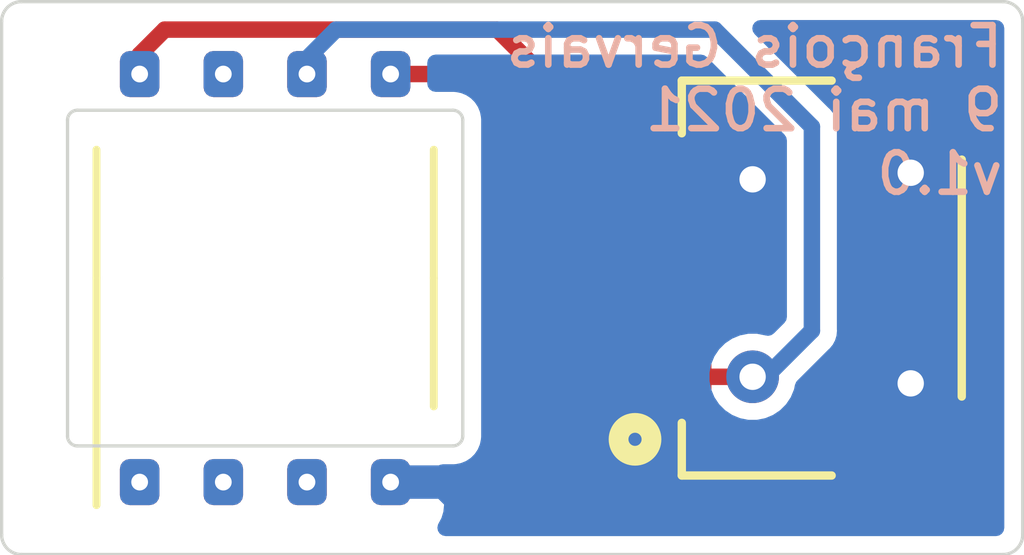
<source format=kicad_pcb>
(kicad_pcb (version 20171130) (host pcbnew 5.1.7-a382d34a8~88~ubuntu18.04.1)

  (general
    (thickness 0.1016)
    (drawings 18)
    (tracks 29)
    (zones 0)
    (modules 2)
    (nets 9)
  )

  (page A4)
  (layers
    (0 F.Cu signal)
    (31 B.Cu signal)
    (32 B.Adhes user hide)
    (33 F.Adhes user hide)
    (34 B.Paste user hide)
    (35 F.Paste user hide)
    (36 B.SilkS user)
    (37 F.SilkS user)
    (38 B.Mask user hide)
    (39 F.Mask user hide)
    (40 Dwgs.User user hide)
    (41 Cmts.User user hide)
    (42 Eco1.User user hide)
    (43 Eco2.User user hide)
    (44 Edge.Cuts user)
    (45 Margin user hide)
    (46 B.CrtYd user hide)
    (47 F.CrtYd user hide)
    (48 B.Fab user hide)
    (49 F.Fab user hide)
  )

  (setup
    (last_trace_width 0.25)
    (trace_clearance 0.2)
    (zone_clearance 0.254)
    (zone_45_only no)
    (trace_min 0.2)
    (via_size 0.8)
    (via_drill 0.4)
    (via_min_size 0.4)
    (via_min_drill 0.3)
    (uvia_size 0.3)
    (uvia_drill 0.1)
    (uvias_allowed no)
    (uvia_min_size 0.2)
    (uvia_min_drill 0.1)
    (edge_width 0.05)
    (segment_width 0.2)
    (pcb_text_width 0.3)
    (pcb_text_size 1.5 1.5)
    (mod_edge_width 0.12)
    (mod_text_size 1 1)
    (mod_text_width 0.15)
    (pad_size 1.524 1.524)
    (pad_drill 0.762)
    (pad_to_mask_clearance 0)
    (aux_axis_origin 0 0)
    (visible_elements FFFFFF7F)
    (pcbplotparams
      (layerselection 0x010fc_ffffffff)
      (usegerberextensions false)
      (usegerberattributes true)
      (usegerberadvancedattributes true)
      (creategerberjobfile true)
      (excludeedgelayer true)
      (linewidth 0.100000)
      (plotframeref false)
      (viasonmask false)
      (mode 1)
      (useauxorigin false)
      (hpglpennumber 1)
      (hpglpenspeed 20)
      (hpglpendiameter 15.000000)
      (psnegative false)
      (psa4output false)
      (plotreference true)
      (plotvalue true)
      (plotinvisibletext false)
      (padsonsilk false)
      (subtractmaskfromsilk false)
      (outputformat 1)
      (mirror false)
      (drillshape 1)
      (scaleselection 1)
      (outputdirectory ""))
  )

  (net 0 "")
  (net 1 GND)
  (net 2 VCC)
  (net 3 /SDA)
  (net 4 /SCL)
  (net 5 "Net-(U1-Pad7)")
  (net 6 "Net-(U1-Pad3)")
  (net 7 "Net-(U1-Pad2)")
  (net 8 "Net-(U1-Pad1)")

  (net_class Default "This is the default net class."
    (clearance 0.2)
    (trace_width 0.25)
    (via_dia 0.8)
    (via_drill 0.4)
    (uvia_dia 0.3)
    (uvia_drill 0.1)
    (add_net /SCL)
    (add_net /SDA)
    (add_net GND)
    (add_net "Net-(U1-Pad1)")
    (add_net "Net-(U1-Pad2)")
    (add_net "Net-(U1-Pad3)")
    (add_net "Net-(U1-Pad7)")
    (add_net VCC)
  )

  (module SOIC8-EEPROM-MOD:SOIC-8_3.9x4.9mm_P1.27mm (layer F.Cu) (tedit 6096C496) (tstamp 609729A4)
    (at 25 23 90)
    (descr "SOIC, 8 Pin (JEDEC MS-012AA, https://www.analog.com/media/en/package-pcb-resources/package/pkg_pdf/soic_narrow-r/r_8.pdf), generated with kicad-footprint-generator ipc_gullwing_generator.py")
    (tags "SOIC SO")
    (path /6096C360)
    (attr smd)
    (fp_text reference U1 (at 0 -3.4 90) (layer F.SilkS) hide
      (effects (font (size 1 1) (thickness 0.15)))
    )
    (fp_text value 24LC00 (at 0 3.4 90) (layer F.Fab)
      (effects (font (size 1 1) (thickness 0.15)))
    )
    (fp_line (start 3.7 -2.7) (end -3.7 -2.7) (layer F.CrtYd) (width 0.05))
    (fp_line (start 3.7 2.7) (end 3.7 -2.7) (layer F.CrtYd) (width 0.05))
    (fp_line (start -3.7 2.7) (end 3.7 2.7) (layer F.CrtYd) (width 0.05))
    (fp_line (start -3.7 -2.7) (end -3.7 2.7) (layer F.CrtYd) (width 0.05))
    (fp_line (start -1.95 -1.475) (end -0.975 -2.45) (layer F.Fab) (width 0.1))
    (fp_line (start -1.95 2.45) (end -1.95 -1.475) (layer F.Fab) (width 0.1))
    (fp_line (start 1.95 2.45) (end -1.95 2.45) (layer F.Fab) (width 0.1))
    (fp_line (start 1.95 -2.45) (end 1.95 2.45) (layer F.Fab) (width 0.1))
    (fp_line (start -0.975 -2.45) (end 1.95 -2.45) (layer F.Fab) (width 0.1))
    (fp_line (start 0 -2.56) (end -3.45 -2.56) (layer F.SilkS) (width 0.12))
    (fp_line (start 0 -2.56) (end 1.95 -2.56) (layer F.SilkS) (width 0.12))
    (fp_line (start 0 2.56) (end -1.95 2.56) (layer F.SilkS) (width 0.12))
    (fp_line (start 0 2.56) (end 1.95 2.56) (layer F.SilkS) (width 0.12))
    (fp_text user %R (at 0 0 90) (layer F.Fab)
      (effects (font (size 0.98 0.98) (thickness 0.15)))
    )
    (pad 1 thru_hole roundrect (at -3.1 -1.905 90) (size 0.7 0.6) (drill 0.254) (layers *.Cu *.Mask) (roundrect_rratio 0.25)
      (net 8 "Net-(U1-Pad1)"))
    (pad 2 thru_hole roundrect (at -3.1 -0.635 90) (size 0.7 0.6) (drill 0.254) (layers *.Cu *.Mask) (roundrect_rratio 0.25)
      (net 7 "Net-(U1-Pad2)"))
    (pad 3 thru_hole roundrect (at -3.1 0.635 90) (size 0.7 0.6) (drill 0.254) (layers *.Cu *.Mask) (roundrect_rratio 0.25)
      (net 6 "Net-(U1-Pad3)"))
    (pad 4 thru_hole roundrect (at -3.1 1.905 90) (size 0.7 0.6) (drill 0.254) (layers *.Cu *.Mask) (roundrect_rratio 0.25)
      (net 1 GND))
    (pad 5 thru_hole roundrect (at 3.1 1.905 90) (size 0.7 0.6) (drill 0.254) (layers *.Cu *.Mask) (roundrect_rratio 0.25)
      (net 3 /SDA))
    (pad 6 thru_hole roundrect (at 3.1 0.635 90) (size 0.7 0.6) (drill 0.254) (layers *.Cu *.Mask) (roundrect_rratio 0.25)
      (net 4 /SCL))
    (pad 7 thru_hole roundrect (at 3.1 -0.635 90) (size 0.7 0.6) (drill 0.254) (layers *.Cu *.Mask) (roundrect_rratio 0.25)
      (net 5 "Net-(U1-Pad7)"))
    (pad 8 thru_hole roundrect (at 3.1 -1.905 90) (size 0.7 0.6) (drill 0.254) (layers *.Cu *.Mask) (roundrect_rratio 0.25)
      (net 2 VCC))
    (model ${KISYS3DMOD}/Package_SO.3dshapes/SOIC-8_3.9x4.9mm_P1.27mm.wrl
      (offset (xyz 0 0 -0.5))
      (scale (xyz 1 1 1))
      (rotate (xyz 0 0 0))
    )
  )

  (module "SM04B-SRSS-TB(LF)(SN):JST_SM04B-SRSS-TB(LF)(SN)" (layer F.Cu) (tedit 6096B8DD) (tstamp 6097298A)
    (at 31 23 90)
    (path /6096D0A7)
    (fp_text reference J1 (at -0.545095 -1.767685 90) (layer F.SilkS) hide
      (effects (font (size 1.001173 1.001173) (thickness 0.015)))
    )
    (fp_text value "SM04B-SRSS-TB(LF)(SN)" (at 12.17039 5.74055 90) (layer F.Fab)
      (effects (font (size 1.000567 1.000567) (thickness 0.015)))
    )
    (fp_line (start -3.65 5.025) (end -3.65 -1.025) (layer F.CrtYd) (width 0.05))
    (fp_line (start 3.65 5.025) (end -3.65 5.025) (layer F.CrtYd) (width 0.05))
    (fp_line (start 3.65 -1.025) (end 3.65 5.025) (layer F.CrtYd) (width 0.05))
    (fp_line (start -3.65 -1.025) (end 3.65 -1.025) (layer F.CrtYd) (width 0.05))
    (fp_circle (center -2.45 -0.385) (end -2.35 -0.385) (layer F.Fab) (width 0.3))
    (fp_line (start -1.8 4.575) (end 1.8 4.575) (layer F.SilkS) (width 0.127))
    (fp_line (start 3 0.325) (end 3 2.6) (layer F.SilkS) (width 0.127))
    (fp_line (start 2.2 0.325) (end 3 0.325) (layer F.SilkS) (width 0.127))
    (fp_line (start -3 0.325) (end -3 2.6) (layer F.SilkS) (width 0.127))
    (fp_line (start -2.2 0.325) (end -3 0.325) (layer F.SilkS) (width 0.127))
    (fp_line (start -3 4.575) (end -3 0.325) (layer F.Fab) (width 0.127))
    (fp_line (start 3 4.575) (end -3 4.575) (layer F.Fab) (width 0.127))
    (fp_line (start 3 0.325) (end 3 4.575) (layer F.Fab) (width 0.127))
    (fp_line (start -3 0.325) (end 3 0.325) (layer F.Fab) (width 0.127))
    (fp_circle (center -2.45 -0.385) (end -2.35 -0.385) (layer F.SilkS) (width 0.3))
    (pad S2 smd rect (at 2.8 3.875 90) (size 1.2 1.8) (layers F.Cu F.Paste F.Mask)
      (net 1 GND))
    (pad S1 smd rect (at -2.8 3.875 90) (size 1.2 1.8) (layers F.Cu F.Paste F.Mask)
      (net 1 GND))
    (pad 1 smd rect (at -1.5 0 90) (size 0.6 1.55) (layers F.Cu F.Paste F.Mask)
      (net 4 /SCL))
    (pad 2 smd rect (at -0.5 0 90) (size 0.6 1.55) (layers F.Cu F.Paste F.Mask)
      (net 3 /SDA))
    (pad 3 smd rect (at 0.5 0 90) (size 0.6 1.55) (layers F.Cu F.Paste F.Mask)
      (net 2 VCC))
    (pad 4 smd rect (at 1.5 0 90) (size 0.6 1.55) (layers F.Cu F.Paste F.Mask)
      (net 1 GND))
    (model "${KIPRJMOD}/kicad-library/SM04B-SRSS-TB(LF)(SN)/SM04B-SRSS-TB_LF__SN_.step"
      (offset (xyz 0 -0.5 -0.3))
      (scale (xyz 1 1 1))
      (rotate (xyz -90 0 0))
    )
  )

  (gr_text "François Gervais\n9 mai 2021\nv1.0" (at 36.25 20.45) (layer B.SilkS)
    (effects (font (size 0.6 0.6) (thickness 0.1)) (justify left mirror))
  )
  (gr_arc (start 27.85 20.6) (end 28 20.6) (angle -90) (layer Edge.Cuts) (width 0.05))
  (gr_arc (start 27.85 25.4) (end 27.85 25.55) (angle -90) (layer Edge.Cuts) (width 0.05))
  (gr_arc (start 22.15 25.4) (end 22 25.4) (angle -90) (layer Edge.Cuts) (width 0.05))
  (gr_arc (start 22.15 20.6) (end 22.15 20.45) (angle -90) (layer Edge.Cuts) (width 0.05))
  (gr_arc (start 36.2 19.1) (end 36.5 19.1) (angle -90) (layer Edge.Cuts) (width 0.05))
  (gr_arc (start 36.2 26.9) (end 36.2 27.2) (angle -90) (layer Edge.Cuts) (width 0.05))
  (gr_arc (start 21.3 26.9) (end 21 26.9) (angle -90) (layer Edge.Cuts) (width 0.05))
  (gr_arc (start 21.3 19.1) (end 21.3 18.8) (angle -90) (layer Edge.Cuts) (width 0.05))
  (gr_line (start 27.85 20.45) (end 22.15 20.45) (layer Edge.Cuts) (width 0.05) (tstamp 609730DF))
  (gr_line (start 28 25.4) (end 28 20.6) (layer Edge.Cuts) (width 0.05))
  (gr_line (start 22.15 25.55) (end 27.85 25.55) (layer Edge.Cuts) (width 0.05))
  (gr_line (start 22 20.6) (end 22 25.4) (layer Edge.Cuts) (width 0.05))
  (gr_line (start 21 26.9) (end 21 23) (layer Edge.Cuts) (width 0.05) (tstamp 609730BB))
  (gr_line (start 36.2 27.2) (end 21.3 27.2) (layer Edge.Cuts) (width 0.05))
  (gr_line (start 36.5 19.1) (end 36.5 26.9) (layer Edge.Cuts) (width 0.05))
  (gr_line (start 21.3 18.8) (end 36.2 18.8) (layer Edge.Cuts) (width 0.05))
  (gr_line (start 21 23) (end 21 19.1) (layer Edge.Cuts) (width 0.05))

  (via (at 34.8 21.4) (size 0.8) (drill 0.4) (layers F.Cu B.Cu) (net 1))
  (segment (start 34.875 20.2) (end 34.875 21.325) (width 0.25) (layer F.Cu) (net 1))
  (segment (start 34.875 21.325) (end 34.8 21.4) (width 0.25) (layer F.Cu) (net 1))
  (via (at 34.8 24.6) (size 0.8) (drill 0.4) (layers F.Cu B.Cu) (net 1))
  (segment (start 34.875 25.8) (end 34.875 24.675) (width 0.25) (layer F.Cu) (net 1))
  (segment (start 34.875 24.675) (end 34.8 24.6) (width 0.25) (layer F.Cu) (net 1))
  (via (at 32.4 21.5) (size 0.8) (drill 0.4) (layers F.Cu B.Cu) (net 1))
  (segment (start 31 21.5) (end 32.4 21.5) (width 0.25) (layer F.Cu) (net 1))
  (segment (start 23.095 19.9) (end 23.095 19.605) (width 0.25) (layer F.Cu) (net 2))
  (segment (start 23.47501 19.22499) (end 28.52499 19.22499) (width 0.25) (layer F.Cu) (net 2))
  (segment (start 23.095 19.605) (end 23.47501 19.22499) (width 0.25) (layer F.Cu) (net 2))
  (segment (start 28.52499 19.22499) (end 29.6 20.3) (width 0.25) (layer F.Cu) (net 2))
  (segment (start 29.975 22.5) (end 31 22.5) (width 0.25) (layer F.Cu) (net 2))
  (segment (start 29.6 22.125) (end 29.975 22.5) (width 0.25) (layer F.Cu) (net 2))
  (segment (start 29.6 20.3) (end 29.6 22.125) (width 0.25) (layer F.Cu) (net 2))
  (segment (start 29.975 23.5) (end 31 23.5) (width 0.25) (layer F.Cu) (net 3))
  (segment (start 28.9 22.425) (end 29.975 23.5) (width 0.25) (layer F.Cu) (net 3))
  (segment (start 28.9 20.855012) (end 28.9 22.425) (width 0.25) (layer F.Cu) (net 3))
  (segment (start 26.905 19.9) (end 27.944988 19.9) (width 0.25) (layer F.Cu) (net 3))
  (segment (start 27.944988 19.9) (end 28.9 20.855012) (width 0.25) (layer F.Cu) (net 3))
  (segment (start 25.635 19.9) (end 25.635 19.665) (width 0.25) (layer B.Cu) (net 4))
  (segment (start 26.07501 19.22499) (end 31.82499 19.22499) (width 0.25) (layer B.Cu) (net 4))
  (segment (start 25.635 19.665) (end 26.07501 19.22499) (width 0.25) (layer B.Cu) (net 4))
  (segment (start 31.82499 19.22499) (end 33.3 20.7) (width 0.25) (layer B.Cu) (net 4))
  (segment (start 33.3 20.7) (end 33.3 23.8) (width 0.25) (layer B.Cu) (net 4))
  (via (at 32.4 24.5) (size 0.8) (drill 0.4) (layers F.Cu B.Cu) (net 4))
  (segment (start 33.3 23.8) (end 32.6 24.5) (width 0.25) (layer B.Cu) (net 4))
  (segment (start 32.6 24.5) (end 32.4 24.5) (width 0.25) (layer B.Cu) (net 4))
  (segment (start 32.4 24.5) (end 31 24.5) (width 0.25) (layer F.Cu) (net 4))

  (zone (net 1) (net_name GND) (layer B.Cu) (tstamp 6097357C) (hatch edge 0.508)
    (connect_pads (clearance 0.254))
    (min_thickness 0.254)
    (fill yes (arc_segments 32) (thermal_gap 0.508) (thermal_bridge_width 0.508))
    (polygon
      (pts
        (xy 36.5 27.2) (xy 21 27.2) (xy 21 18.8) (xy 36.5 18.8)
      )
    )
    (filled_polygon
      (pts
        (xy 36.094001 26.794) (xy 27.741146 26.794) (xy 27.794502 26.69418) (xy 27.830812 26.574482) (xy 27.843072 26.45)
        (xy 27.84 26.38575) (xy 27.68125 26.227) (xy 27.032 26.227) (xy 27.032 26.247) (xy 26.778 26.247)
        (xy 26.778 26.227) (xy 26.758 26.227) (xy 26.758 25.973) (xy 26.778 25.973) (xy 26.778 25.956)
        (xy 27.032 25.956) (xy 27.032 25.973) (xy 27.68125 25.973) (xy 27.69825 25.956) (xy 27.869941 25.956)
        (xy 27.887007 25.954319) (xy 27.887842 25.954325) (xy 27.893484 25.953772) (xy 27.907228 25.952327) (xy 27.92959 25.950125)
        (xy 27.938235 25.947502) (xy 27.958655 25.943311) (xy 27.994797 25.936416) (xy 28.000216 25.93478) (xy 28.000218 25.93478)
        (xy 28.00022 25.934779) (xy 28.000224 25.934778) (xy 28.028189 25.926121) (xy 28.062156 25.911842) (xy 28.096213 25.898083)
        (xy 28.101219 25.895422) (xy 28.10123 25.895416) (xy 28.101235 25.895414) (xy 28.101241 25.89541) (xy 28.126971 25.881499)
        (xy 28.157505 25.860906) (xy 28.188281 25.840766) (xy 28.192675 25.837183) (xy 28.215232 25.818522) (xy 28.241202 25.79237)
        (xy 28.267451 25.766665) (xy 28.271062 25.762301) (xy 28.271065 25.762298) (xy 28.271069 25.762293) (xy 28.289567 25.739611)
        (xy 28.309937 25.708951) (xy 28.330716 25.678605) (xy 28.333413 25.673619) (xy 28.347157 25.64777) (xy 28.361204 25.613692)
        (xy 28.375679 25.579916) (xy 28.377356 25.574501) (xy 28.385817 25.546475) (xy 28.392967 25.51036) (xy 28.398063 25.486388)
        (xy 28.400125 25.47959) (xy 28.400999 25.470721) (xy 28.401205 25.468758) (xy 28.404062 25.439622) (xy 28.404062 25.439618)
        (xy 28.406 25.419941) (xy 28.406 20.580059) (xy 28.404319 20.562993) (xy 28.404325 20.562158) (xy 28.403772 20.556516)
        (xy 28.402327 20.542772) (xy 28.400125 20.52041) (xy 28.397502 20.511765) (xy 28.393311 20.491345) (xy 28.386416 20.455203)
        (xy 28.384782 20.449791) (xy 28.38478 20.449782) (xy 28.384777 20.449774) (xy 28.376121 20.421811) (xy 28.361842 20.387844)
        (xy 28.348083 20.353787) (xy 28.345423 20.348781) (xy 28.331499 20.323029) (xy 28.31091 20.292501) (xy 28.290765 20.261718)
        (xy 28.287183 20.257325) (xy 28.268522 20.234768) (xy 28.242403 20.208831) (xy 28.216665 20.182549) (xy 28.212297 20.178935)
        (xy 28.189611 20.160433) (xy 28.158951 20.140063) (xy 28.128605 20.119284) (xy 28.123619 20.116588) (xy 28.123614 20.116585)
        (xy 28.12361 20.116583) (xy 28.097771 20.102843) (xy 28.063667 20.088786) (xy 28.029916 20.074321) (xy 28.02452 20.07265)
        (xy 28.024513 20.072647) (xy 28.024507 20.072646) (xy 28.024501 20.072644) (xy 27.996475 20.064183) (xy 27.96036 20.057033)
        (xy 27.936388 20.051937) (xy 27.92959 20.049875) (xy 27.920721 20.049001) (xy 27.918758 20.048795) (xy 27.889623 20.045938)
        (xy 27.889618 20.045938) (xy 27.869941 20.044) (xy 27.587843 20.044) (xy 27.587843 19.73099) (xy 31.615399 19.73099)
        (xy 32.794 20.909592) (xy 32.794001 23.590407) (xy 32.633173 23.751235) (xy 32.627809 23.749013) (xy 32.476922 23.719)
        (xy 32.323078 23.719) (xy 32.172191 23.749013) (xy 32.030058 23.807887) (xy 31.902141 23.893358) (xy 31.793358 24.002141)
        (xy 31.707887 24.130058) (xy 31.649013 24.272191) (xy 31.619 24.423078) (xy 31.619 24.576922) (xy 31.649013 24.727809)
        (xy 31.707887 24.869942) (xy 31.793358 24.997859) (xy 31.902141 25.106642) (xy 32.030058 25.192113) (xy 32.172191 25.250987)
        (xy 32.323078 25.281) (xy 32.476922 25.281) (xy 32.627809 25.250987) (xy 32.769942 25.192113) (xy 32.897859 25.106642)
        (xy 33.006642 24.997859) (xy 33.092113 24.869942) (xy 33.150987 24.727809) (xy 33.166681 24.648911) (xy 33.64022 24.175372)
        (xy 33.659527 24.159527) (xy 33.722759 24.082479) (xy 33.769745 23.994575) (xy 33.798678 23.899193) (xy 33.806 23.824854)
        (xy 33.806 23.824847) (xy 33.808447 23.800001) (xy 33.806 23.775155) (xy 33.806 20.724845) (xy 33.808447 20.699999)
        (xy 33.806 20.675153) (xy 33.806 20.675146) (xy 33.798678 20.600807) (xy 33.796867 20.594835) (xy 33.769745 20.505425)
        (xy 33.766546 20.49944) (xy 33.722759 20.417521) (xy 33.659527 20.340473) (xy 33.64022 20.324628) (xy 32.521591 19.206)
        (xy 36.094 19.206)
      )
    )
  )
)

</source>
